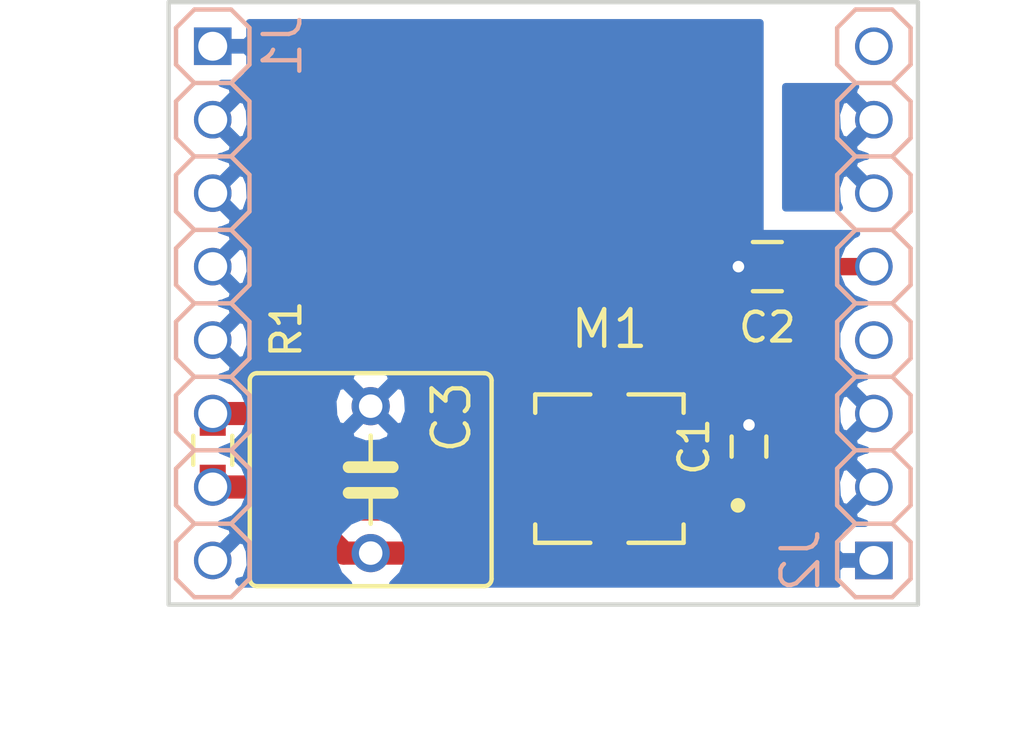
<source format=kicad_pcb>
(kicad_pcb (version 4) (host pcbnew 4.0.4+e1-6308~48~ubuntu16.04.1-stable)

  (general
    (links 24)
    (no_connects 1)
    (area 135.560999 96.190999 161.619001 117.169001)
    (thickness 1.6)
    (drawings 4)
    (tracks 30)
    (zones 0)
    (modules 7)
    (nets 6)
  )

  (page A4)
  (layers
    (0 F.Cu signal)
    (31 B.Cu signal)
    (32 B.Adhes user)
    (33 F.Adhes user)
    (34 B.Paste user)
    (35 F.Paste user)
    (36 B.SilkS user)
    (37 F.SilkS user)
    (38 B.Mask user)
    (39 F.Mask user)
    (40 Dwgs.User user)
    (41 Cmts.User user)
    (42 Eco1.User user)
    (43 Eco2.User user)
    (44 Edge.Cuts user)
    (45 Margin user)
    (46 B.CrtYd user)
    (47 F.CrtYd user)
    (48 B.Fab user)
    (49 F.Fab user)
  )

  (setup
    (last_trace_width 0.25)
    (user_trace_width 0.2)
    (user_trace_width 0.4)
    (user_trace_width 0.6)
    (user_trace_width 0.8)
    (user_trace_width 1)
    (user_trace_width 1.27)
    (user_trace_width 1.5)
    (trace_clearance 0.2)
    (zone_clearance 0.508)
    (zone_45_only no)
    (trace_min 0.2)
    (segment_width 0.2)
    (edge_width 0.15)
    (via_size 0.6)
    (via_drill 0.4)
    (via_min_size 0.4)
    (via_min_drill 0.3)
    (user_via 0.6 0.4)
    (user_via 0.8 0.6)
    (user_via 1 0.8)
    (user_via 1.2 1)
    (user_via 1.7 1.5)
    (user_via 2.3 2.1)
    (uvia_size 0.3)
    (uvia_drill 0.1)
    (uvias_allowed no)
    (uvia_min_size 0.2)
    (uvia_min_drill 0.1)
    (pcb_text_width 0.3)
    (pcb_text_size 1.5 1.5)
    (mod_edge_width 0.15)
    (mod_text_size 1 1)
    (mod_text_width 0.15)
    (pad_size 1.524 1.524)
    (pad_drill 0.762)
    (pad_to_mask_clearance 0.1)
    (aux_axis_origin 0 0)
    (visible_elements FFFFFF7F)
    (pcbplotparams
      (layerselection 0x00030_80000001)
      (usegerberextensions false)
      (excludeedgelayer true)
      (linewidth 0.100000)
      (plotframeref false)
      (viasonmask false)
      (mode 1)
      (useauxorigin false)
      (hpglpennumber 1)
      (hpglpenspeed 20)
      (hpglpendiameter 15)
      (hpglpenoverlay 2)
      (psnegative false)
      (psa4output false)
      (plotreference true)
      (plotvalue true)
      (plotinvisibletext false)
      (padsonsilk false)
      (subtractmaskfromsilk false)
      (outputformat 1)
      (mirror false)
      (drillshape 1)
      (scaleselection 1)
      (outputdirectory ""))
  )

  (net 0 "")
  (net 1 GND)
  (net 2 Vref)
  (net 3 Sense)
  (net 4 Vin)
  (net 5 HeaterGround)

  (net_class Default "This is the default net class."
    (clearance 0.2)
    (trace_width 0.25)
    (via_dia 0.6)
    (via_drill 0.4)
    (uvia_dia 0.3)
    (uvia_drill 0.1)
    (add_net GND)
    (add_net HeaterGround)
    (add_net Sense)
    (add_net Vin)
    (add_net Vref)
  )

  (module Capacitors_SMD:C_0603 (layer F.Cu) (tedit 5415D631) (tstamp 5871D508)
    (at 155.702 111.633 90)
    (descr "Capacitor SMD 0603, reflow soldering, AVX (see smccp.pdf)")
    (tags "capacitor 0603")
    (path /587106D7)
    (attr smd)
    (fp_text reference C1 (at 0 -1.9 90) (layer F.SilkS)
      (effects (font (size 1 1) (thickness 0.15)))
    )
    (fp_text value 1u (at 0.254 6.731 90) (layer F.Fab)
      (effects (font (size 1 1) (thickness 0.15)))
    )
    (fp_line (start -0.8 0.4) (end -0.8 -0.4) (layer F.Fab) (width 0.15))
    (fp_line (start 0.8 0.4) (end -0.8 0.4) (layer F.Fab) (width 0.15))
    (fp_line (start 0.8 -0.4) (end 0.8 0.4) (layer F.Fab) (width 0.15))
    (fp_line (start -0.8 -0.4) (end 0.8 -0.4) (layer F.Fab) (width 0.15))
    (fp_line (start -1.45 -0.75) (end 1.45 -0.75) (layer F.CrtYd) (width 0.05))
    (fp_line (start -1.45 0.75) (end 1.45 0.75) (layer F.CrtYd) (width 0.05))
    (fp_line (start -1.45 -0.75) (end -1.45 0.75) (layer F.CrtYd) (width 0.05))
    (fp_line (start 1.45 -0.75) (end 1.45 0.75) (layer F.CrtYd) (width 0.05))
    (fp_line (start -0.35 -0.6) (end 0.35 -0.6) (layer F.SilkS) (width 0.15))
    (fp_line (start 0.35 0.6) (end -0.35 0.6) (layer F.SilkS) (width 0.15))
    (pad 1 smd rect (at -0.75 0 90) (size 0.8 0.75) (layers F.Cu F.Paste F.Mask)
      (net 4 Vin))
    (pad 2 smd rect (at 0.75 0 90) (size 0.8 0.75) (layers F.Cu F.Paste F.Mask)
      (net 1 GND))
    (model Capacitors_SMD.3dshapes/C_0603.wrl
      (at (xyz 0 0 0))
      (scale (xyz 1 1 1))
      (rotate (xyz 0 0 0))
    )
  )

  (module Capacitors_SMD:C_0805 (layer F.Cu) (tedit 5415D6EA) (tstamp 5871D50E)
    (at 156.337 105.41 180)
    (descr "Capacitor SMD 0805, reflow soldering, AVX (see smccp.pdf)")
    (tags "capacitor 0805")
    (path /58710963)
    (attr smd)
    (fp_text reference C2 (at 0 -2.1 180) (layer F.SilkS)
      (effects (font (size 1 1) (thickness 0.15)))
    )
    (fp_text value 10n (at -7.112 0 180) (layer F.Fab)
      (effects (font (size 1 1) (thickness 0.15)))
    )
    (fp_line (start -1 0.625) (end -1 -0.625) (layer F.Fab) (width 0.15))
    (fp_line (start 1 0.625) (end -1 0.625) (layer F.Fab) (width 0.15))
    (fp_line (start 1 -0.625) (end 1 0.625) (layer F.Fab) (width 0.15))
    (fp_line (start -1 -0.625) (end 1 -0.625) (layer F.Fab) (width 0.15))
    (fp_line (start -1.8 -1) (end 1.8 -1) (layer F.CrtYd) (width 0.05))
    (fp_line (start -1.8 1) (end 1.8 1) (layer F.CrtYd) (width 0.05))
    (fp_line (start -1.8 -1) (end -1.8 1) (layer F.CrtYd) (width 0.05))
    (fp_line (start 1.8 -1) (end 1.8 1) (layer F.CrtYd) (width 0.05))
    (fp_line (start 0.5 -0.85) (end -0.5 -0.85) (layer F.SilkS) (width 0.15))
    (fp_line (start -0.5 0.85) (end 0.5 0.85) (layer F.SilkS) (width 0.15))
    (pad 1 smd rect (at -1 0 180) (size 1 1.25) (layers F.Cu F.Paste F.Mask)
      (net 4 Vin))
    (pad 2 smd rect (at 1 0 180) (size 1 1.25) (layers F.Cu F.Paste F.Mask)
      (net 1 GND))
    (model Capacitors_SMD.3dshapes/C_0805.wrl
      (at (xyz 0 0 0))
      (scale (xyz 1 1 1))
      (rotate (xyz 0 0 0))
    )
  )

  (module SquantorRcl:C050-085X075 (layer F.Cu) (tedit 58710C90) (tstamp 5871D522)
    (at 142.621 112.776 90)
    (descr "CAPACITOR WIMA SPEC")
    (tags "CAPACITOR WIMA SPEC")
    (path /58710750)
    (attr virtual)
    (fp_text reference C3 (at 2.159 2.794 90) (layer F.SilkS)
      (effects (font (size 1.27 1.27) (thickness 0.15)))
    )
    (fp_text value 6.8u (at -6.604 0 90) (layer F.Fab)
      (effects (font (size 1.27 1.27) (thickness 0.15)))
    )
    (fp_line (start -1.524 0) (end -0.4572 0) (layer F.SilkS) (width 0.1524))
    (fp_line (start -0.4572 0) (end -0.4572 -0.762) (layer F.SilkS) (width 0.4064))
    (fp_line (start -0.4572 0) (end -0.4572 0.762) (layer F.SilkS) (width 0.4064))
    (fp_line (start 0.4318 -0.762) (end 0.4318 0) (layer F.SilkS) (width 0.4064))
    (fp_line (start 0.4318 0) (end 1.524 0) (layer F.SilkS) (width 0.1524))
    (fp_line (start 0.4318 0) (end 0.4318 0.762) (layer F.SilkS) (width 0.4064))
    (fp_line (start -3.683 -3.92684) (end -3.683 3.92684) (layer F.SilkS) (width 0.1524))
    (fp_line (start -3.429 4.18084) (end 3.429 4.18084) (layer F.SilkS) (width 0.1524))
    (fp_line (start 3.683 3.92684) (end 3.683 -3.92684) (layer F.SilkS) (width 0.1524))
    (fp_line (start 3.429 -4.18084) (end -3.429 -4.18084) (layer F.SilkS) (width 0.1524))
    (fp_arc (start 3.429 -3.92684) (end 3.429 -4.18084) (angle 90) (layer F.SilkS) (width 0.1524))
    (fp_arc (start 3.429 3.92684) (end 3.683 3.92684) (angle 90) (layer F.SilkS) (width 0.1524))
    (fp_arc (start -3.429 3.92684) (end -3.429 4.18084) (angle 90) (layer F.SilkS) (width 0.1524))
    (fp_arc (start -3.429 -3.92684) (end -3.683 -3.92684) (angle 90) (layer F.SilkS) (width 0.1524))
    (pad 1 thru_hole circle (at -2.54 0 90) (size 1.3208 1.3208) (drill 0.8128) (layers *.Cu *.Paste *.Mask)
      (net 2 Vref))
    (pad 2 thru_hole circle (at 2.54 0 90) (size 1.3208 1.3208) (drill 0.8128) (layers *.Cu *.Paste *.Mask)
      (net 1 GND))
  )

  (module SquantorLinearTechnology:LS8_ELONG (layer F.Cu) (tedit 58710FDD) (tstamp 58721DB3)
    (at 150.876 112.395 180)
    (path /584C7B7B)
    (attr smd)
    (fp_text reference M1 (at 0 4.826 180) (layer F.SilkS)
      (effects (font (size 1.27 1.27) (thickness 0.15)))
    )
    (fp_text value LTC6655LS8 (at 0 -5.969 180) (layer F.Fab)
      (effects (font (size 1.27 1.27) (thickness 0.15)))
    )
    (fp_circle (center -4.445 -1.27) (end -4.318 -1.27) (layer F.SilkS) (width 0.254))
    (fp_line (start 2.5654 -1.9304) (end 2.5654 -2.5654) (layer F.SilkS) (width 0.1524))
    (fp_line (start 0.6604 2.5654) (end 2.5654 2.5654) (layer F.SilkS) (width 0.1524))
    (fp_line (start -2.5654 1.9304) (end -2.5654 2.5654) (layer F.SilkS) (width 0.1524))
    (fp_line (start -0.6604 -2.5654) (end -1.29286 -2.5654) (layer F.SilkS) (width 0.1524))
    (fp_line (start -1.29286 -2.5654) (end -2.5654 -2.5654) (layer F.SilkS) (width 0.1524))
    (fp_line (start -2.5654 2.5654) (end -0.6604 2.5654) (layer F.SilkS) (width 0.1524))
    (fp_line (start 2.5654 2.5654) (end 2.5654 1.9304) (layer F.SilkS) (width 0.1524))
    (fp_line (start 2.5654 -2.5654) (end 0.6604 -2.5654) (layer F.SilkS) (width 0.1524))
    (fp_line (start -2.5654 -2.5654) (end -2.5654 -1.9304) (layer F.SilkS) (width 0.1524))
    (pad 1 smd rect (at -2.54 -1.27 90) (size 0.635 1.905) (layers F.Cu F.Paste F.Mask))
    (pad 2 smd rect (at -2.54 0 90) (size 0.635 1.905) (layers F.Cu F.Paste F.Mask)
      (net 4 Vin))
    (pad 3 smd rect (at -2.54 1.27 90) (size 0.635 1.905) (layers F.Cu F.Paste F.Mask)
      (net 1 GND))
    (pad 4 smd rect (at 0 2.54) (size 0.635 1.905) (layers F.Cu F.Paste F.Mask)
      (net 1 GND))
    (pad 5 smd rect (at 2.54 1.27 90) (size 0.635 1.905) (layers F.Cu F.Paste F.Mask)
      (net 1 GND))
    (pad 6 smd rect (at 2.54 0 90) (size 0.635 1.905) (layers F.Cu F.Paste F.Mask)
      (net 3 Sense))
    (pad 7 smd rect (at 2.54 -1.27 90) (size 0.635 1.905) (layers F.Cu F.Paste F.Mask)
      (net 2 Vref))
    (pad 8 smd rect (at 0 -2.0447) (size 0.635 2.96926) (layers F.Cu F.Paste F.Mask)
      (net 1 GND))
  )

  (module SquantorConnectors:Header-0254-1X08-H010 (layer B.Cu) (tedit 58711B53) (tstamp 5872C04D)
    (at 137.16 106.68 270)
    (descr "PIN HEADER")
    (tags "PIN HEADER")
    (path /58711368)
    (attr virtual)
    (fp_text reference J1 (at -8.89 -2.413 270) (layer B.SilkS)
      (effects (font (size 1.27 1.27) (thickness 0.15)) (justify mirror))
    )
    (fp_text value PINS_1X8 (at -1.016 6.35 270) (layer B.Fab)
      (effects (font (size 1.27 1.27) (thickness 0.15)) (justify mirror))
    )
    (fp_line (start 5.715 1.27) (end 6.985 1.27) (layer B.SilkS) (width 0.1524))
    (fp_line (start 6.985 1.27) (end 7.62 0.635) (layer B.SilkS) (width 0.1524))
    (fp_line (start 7.62 0.635) (end 7.62 -0.635) (layer B.SilkS) (width 0.1524))
    (fp_line (start 7.62 -0.635) (end 6.985 -1.27) (layer B.SilkS) (width 0.1524))
    (fp_line (start 2.54 0.635) (end 3.175 1.27) (layer B.SilkS) (width 0.1524))
    (fp_line (start 3.175 1.27) (end 4.445 1.27) (layer B.SilkS) (width 0.1524))
    (fp_line (start 4.445 1.27) (end 5.08 0.635) (layer B.SilkS) (width 0.1524))
    (fp_line (start 5.08 0.635) (end 5.08 -0.635) (layer B.SilkS) (width 0.1524))
    (fp_line (start 5.08 -0.635) (end 4.445 -1.27) (layer B.SilkS) (width 0.1524))
    (fp_line (start 4.445 -1.27) (end 3.175 -1.27) (layer B.SilkS) (width 0.1524))
    (fp_line (start 3.175 -1.27) (end 2.54 -0.635) (layer B.SilkS) (width 0.1524))
    (fp_line (start 5.715 1.27) (end 5.08 0.635) (layer B.SilkS) (width 0.1524))
    (fp_line (start 5.08 -0.635) (end 5.715 -1.27) (layer B.SilkS) (width 0.1524))
    (fp_line (start 6.985 -1.27) (end 5.715 -1.27) (layer B.SilkS) (width 0.1524))
    (fp_line (start -1.905 1.27) (end -0.635 1.27) (layer B.SilkS) (width 0.1524))
    (fp_line (start -0.635 1.27) (end 0 0.635) (layer B.SilkS) (width 0.1524))
    (fp_line (start 0 0.635) (end 0 -0.635) (layer B.SilkS) (width 0.1524))
    (fp_line (start 0 -0.635) (end -0.635 -1.27) (layer B.SilkS) (width 0.1524))
    (fp_line (start 0 0.635) (end 0.635 1.27) (layer B.SilkS) (width 0.1524))
    (fp_line (start 0.635 1.27) (end 1.905 1.27) (layer B.SilkS) (width 0.1524))
    (fp_line (start 1.905 1.27) (end 2.54 0.635) (layer B.SilkS) (width 0.1524))
    (fp_line (start 2.54 0.635) (end 2.54 -0.635) (layer B.SilkS) (width 0.1524))
    (fp_line (start 2.54 -0.635) (end 1.905 -1.27) (layer B.SilkS) (width 0.1524))
    (fp_line (start 1.905 -1.27) (end 0.635 -1.27) (layer B.SilkS) (width 0.1524))
    (fp_line (start 0.635 -1.27) (end 0 -0.635) (layer B.SilkS) (width 0.1524))
    (fp_line (start -5.08 0.635) (end -4.445 1.27) (layer B.SilkS) (width 0.1524))
    (fp_line (start -4.445 1.27) (end -3.175 1.27) (layer B.SilkS) (width 0.1524))
    (fp_line (start -3.175 1.27) (end -2.54 0.635) (layer B.SilkS) (width 0.1524))
    (fp_line (start -2.54 0.635) (end -2.54 -0.635) (layer B.SilkS) (width 0.1524))
    (fp_line (start -2.54 -0.635) (end -3.175 -1.27) (layer B.SilkS) (width 0.1524))
    (fp_line (start -3.175 -1.27) (end -4.445 -1.27) (layer B.SilkS) (width 0.1524))
    (fp_line (start -4.445 -1.27) (end -5.08 -0.635) (layer B.SilkS) (width 0.1524))
    (fp_line (start -1.905 1.27) (end -2.54 0.635) (layer B.SilkS) (width 0.1524))
    (fp_line (start -2.54 -0.635) (end -1.905 -1.27) (layer B.SilkS) (width 0.1524))
    (fp_line (start -0.635 -1.27) (end -1.905 -1.27) (layer B.SilkS) (width 0.1524))
    (fp_line (start -9.525 1.27) (end -8.255 1.27) (layer B.SilkS) (width 0.1524))
    (fp_line (start -8.255 1.27) (end -7.62 0.635) (layer B.SilkS) (width 0.1524))
    (fp_line (start -7.62 0.635) (end -7.62 -0.635) (layer B.SilkS) (width 0.1524))
    (fp_line (start -7.62 -0.635) (end -8.255 -1.27) (layer B.SilkS) (width 0.1524))
    (fp_line (start -7.62 0.635) (end -6.985 1.27) (layer B.SilkS) (width 0.1524))
    (fp_line (start -6.985 1.27) (end -5.715 1.27) (layer B.SilkS) (width 0.1524))
    (fp_line (start -5.715 1.27) (end -5.08 0.635) (layer B.SilkS) (width 0.1524))
    (fp_line (start -5.08 0.635) (end -5.08 -0.635) (layer B.SilkS) (width 0.1524))
    (fp_line (start -5.08 -0.635) (end -5.715 -1.27) (layer B.SilkS) (width 0.1524))
    (fp_line (start -5.715 -1.27) (end -6.985 -1.27) (layer B.SilkS) (width 0.1524))
    (fp_line (start -6.985 -1.27) (end -7.62 -0.635) (layer B.SilkS) (width 0.1524))
    (fp_line (start -10.16 0.635) (end -10.16 -0.635) (layer B.SilkS) (width 0.1524))
    (fp_line (start -9.525 1.27) (end -10.16 0.635) (layer B.SilkS) (width 0.1524))
    (fp_line (start -10.16 -0.635) (end -9.525 -1.27) (layer B.SilkS) (width 0.1524))
    (fp_line (start -8.255 -1.27) (end -9.525 -1.27) (layer B.SilkS) (width 0.1524))
    (fp_line (start 8.255 1.27) (end 9.525 1.27) (layer B.SilkS) (width 0.1524))
    (fp_line (start 9.525 1.27) (end 10.16 0.635) (layer B.SilkS) (width 0.1524))
    (fp_line (start 10.16 0.635) (end 10.16 -0.635) (layer B.SilkS) (width 0.1524))
    (fp_line (start 10.16 -0.635) (end 9.525 -1.27) (layer B.SilkS) (width 0.1524))
    (fp_line (start 8.255 1.27) (end 7.62 0.635) (layer B.SilkS) (width 0.1524))
    (fp_line (start 7.62 -0.635) (end 8.255 -1.27) (layer B.SilkS) (width 0.1524))
    (fp_line (start 9.525 -1.27) (end 8.255 -1.27) (layer B.SilkS) (width 0.1524))
    (pad 1 thru_hole rect (at -8.89 0 90) (size 1.3 1.3) (drill 1) (layers *.Cu *.Mask)
      (net 1 GND))
    (pad 2 thru_hole circle (at -6.35 0 90) (size 1.3 1.3) (drill 1) (layers *.Cu *.Mask)
      (net 1 GND))
    (pad 3 thru_hole circle (at -3.81 0 90) (size 1.3 1.3) (drill 1) (layers *.Cu *.Mask)
      (net 1 GND))
    (pad 4 thru_hole circle (at -1.27 0 90) (size 1.3 1.3) (drill 1) (layers *.Cu *.Mask)
      (net 1 GND))
    (pad 5 thru_hole circle (at 1.27 0 90) (size 1.3 1.3) (drill 1) (layers *.Cu *.Mask)
      (net 1 GND))
    (pad 6 thru_hole circle (at 3.81 0 90) (size 1.3 1.3) (drill 1) (layers *.Cu *.Mask)
      (net 3 Sense))
    (pad 7 thru_hole circle (at 6.35 0 90) (size 1.3 1.3) (drill 1) (layers *.Cu *.Mask)
      (net 2 Vref))
    (pad 8 thru_hole circle (at 8.89 0 90) (size 1.3 1.3) (drill 1) (layers *.Cu *.Mask)
      (net 1 GND))
  )

  (module SquantorConnectors:Header-0254-1X08-H010 (layer B.Cu) (tedit 58711B53) (tstamp 5872C058)
    (at 160.02 106.68 90)
    (descr "PIN HEADER")
    (tags "PIN HEADER")
    (path /58711455)
    (attr virtual)
    (fp_text reference J2 (at -8.89 -2.54 90) (layer B.SilkS)
      (effects (font (size 1.27 1.27) (thickness 0.15)) (justify mirror))
    )
    (fp_text value PINS_1X8 (at -5.461 4.191 90) (layer B.Fab)
      (effects (font (size 1.27 1.27) (thickness 0.15)) (justify mirror))
    )
    (fp_line (start 5.715 1.27) (end 6.985 1.27) (layer B.SilkS) (width 0.1524))
    (fp_line (start 6.985 1.27) (end 7.62 0.635) (layer B.SilkS) (width 0.1524))
    (fp_line (start 7.62 0.635) (end 7.62 -0.635) (layer B.SilkS) (width 0.1524))
    (fp_line (start 7.62 -0.635) (end 6.985 -1.27) (layer B.SilkS) (width 0.1524))
    (fp_line (start 2.54 0.635) (end 3.175 1.27) (layer B.SilkS) (width 0.1524))
    (fp_line (start 3.175 1.27) (end 4.445 1.27) (layer B.SilkS) (width 0.1524))
    (fp_line (start 4.445 1.27) (end 5.08 0.635) (layer B.SilkS) (width 0.1524))
    (fp_line (start 5.08 0.635) (end 5.08 -0.635) (layer B.SilkS) (width 0.1524))
    (fp_line (start 5.08 -0.635) (end 4.445 -1.27) (layer B.SilkS) (width 0.1524))
    (fp_line (start 4.445 -1.27) (end 3.175 -1.27) (layer B.SilkS) (width 0.1524))
    (fp_line (start 3.175 -1.27) (end 2.54 -0.635) (layer B.SilkS) (width 0.1524))
    (fp_line (start 5.715 1.27) (end 5.08 0.635) (layer B.SilkS) (width 0.1524))
    (fp_line (start 5.08 -0.635) (end 5.715 -1.27) (layer B.SilkS) (width 0.1524))
    (fp_line (start 6.985 -1.27) (end 5.715 -1.27) (layer B.SilkS) (width 0.1524))
    (fp_line (start -1.905 1.27) (end -0.635 1.27) (layer B.SilkS) (width 0.1524))
    (fp_line (start -0.635 1.27) (end 0 0.635) (layer B.SilkS) (width 0.1524))
    (fp_line (start 0 0.635) (end 0 -0.635) (layer B.SilkS) (width 0.1524))
    (fp_line (start 0 -0.635) (end -0.635 -1.27) (layer B.SilkS) (width 0.1524))
    (fp_line (start 0 0.635) (end 0.635 1.27) (layer B.SilkS) (width 0.1524))
    (fp_line (start 0.635 1.27) (end 1.905 1.27) (layer B.SilkS) (width 0.1524))
    (fp_line (start 1.905 1.27) (end 2.54 0.635) (layer B.SilkS) (width 0.1524))
    (fp_line (start 2.54 0.635) (end 2.54 -0.635) (layer B.SilkS) (width 0.1524))
    (fp_line (start 2.54 -0.635) (end 1.905 -1.27) (layer B.SilkS) (width 0.1524))
    (fp_line (start 1.905 -1.27) (end 0.635 -1.27) (layer B.SilkS) (width 0.1524))
    (fp_line (start 0.635 -1.27) (end 0 -0.635) (layer B.SilkS) (width 0.1524))
    (fp_line (start -5.08 0.635) (end -4.445 1.27) (layer B.SilkS) (width 0.1524))
    (fp_line (start -4.445 1.27) (end -3.175 1.27) (layer B.SilkS) (width 0.1524))
    (fp_line (start -3.175 1.27) (end -2.54 0.635) (layer B.SilkS) (width 0.1524))
    (fp_line (start -2.54 0.635) (end -2.54 -0.635) (layer B.SilkS) (width 0.1524))
    (fp_line (start -2.54 -0.635) (end -3.175 -1.27) (layer B.SilkS) (width 0.1524))
    (fp_line (start -3.175 -1.27) (end -4.445 -1.27) (layer B.SilkS) (width 0.1524))
    (fp_line (start -4.445 -1.27) (end -5.08 -0.635) (layer B.SilkS) (width 0.1524))
    (fp_line (start -1.905 1.27) (end -2.54 0.635) (layer B.SilkS) (width 0.1524))
    (fp_line (start -2.54 -0.635) (end -1.905 -1.27) (layer B.SilkS) (width 0.1524))
    (fp_line (start -0.635 -1.27) (end -1.905 -1.27) (layer B.SilkS) (width 0.1524))
    (fp_line (start -9.525 1.27) (end -8.255 1.27) (layer B.SilkS) (width 0.1524))
    (fp_line (start -8.255 1.27) (end -7.62 0.635) (layer B.SilkS) (width 0.1524))
    (fp_line (start -7.62 0.635) (end -7.62 -0.635) (layer B.SilkS) (width 0.1524))
    (fp_line (start -7.62 -0.635) (end -8.255 -1.27) (layer B.SilkS) (width 0.1524))
    (fp_line (start -7.62 0.635) (end -6.985 1.27) (layer B.SilkS) (width 0.1524))
    (fp_line (start -6.985 1.27) (end -5.715 1.27) (layer B.SilkS) (width 0.1524))
    (fp_line (start -5.715 1.27) (end -5.08 0.635) (layer B.SilkS) (width 0.1524))
    (fp_line (start -5.08 0.635) (end -5.08 -0.635) (layer B.SilkS) (width 0.1524))
    (fp_line (start -5.08 -0.635) (end -5.715 -1.27) (layer B.SilkS) (width 0.1524))
    (fp_line (start -5.715 -1.27) (end -6.985 -1.27) (layer B.SilkS) (width 0.1524))
    (fp_line (start -6.985 -1.27) (end -7.62 -0.635) (layer B.SilkS) (width 0.1524))
    (fp_line (start -10.16 0.635) (end -10.16 -0.635) (layer B.SilkS) (width 0.1524))
    (fp_line (start -9.525 1.27) (end -10.16 0.635) (layer B.SilkS) (width 0.1524))
    (fp_line (start -10.16 -0.635) (end -9.525 -1.27) (layer B.SilkS) (width 0.1524))
    (fp_line (start -8.255 -1.27) (end -9.525 -1.27) (layer B.SilkS) (width 0.1524))
    (fp_line (start 8.255 1.27) (end 9.525 1.27) (layer B.SilkS) (width 0.1524))
    (fp_line (start 9.525 1.27) (end 10.16 0.635) (layer B.SilkS) (width 0.1524))
    (fp_line (start 10.16 0.635) (end 10.16 -0.635) (layer B.SilkS) (width 0.1524))
    (fp_line (start 10.16 -0.635) (end 9.525 -1.27) (layer B.SilkS) (width 0.1524))
    (fp_line (start 8.255 1.27) (end 7.62 0.635) (layer B.SilkS) (width 0.1524))
    (fp_line (start 7.62 -0.635) (end 8.255 -1.27) (layer B.SilkS) (width 0.1524))
    (fp_line (start 9.525 -1.27) (end 8.255 -1.27) (layer B.SilkS) (width 0.1524))
    (pad 1 thru_hole rect (at -8.89 0 270) (size 1.3 1.3) (drill 1) (layers *.Cu *.Mask)
      (net 1 GND))
    (pad 2 thru_hole circle (at -6.35 0 270) (size 1.3 1.3) (drill 1) (layers *.Cu *.Mask)
      (net 1 GND))
    (pad 3 thru_hole circle (at -3.81 0 270) (size 1.3 1.3) (drill 1) (layers *.Cu *.Mask)
      (net 1 GND))
    (pad 4 thru_hole circle (at -1.27 0 270) (size 1.3 1.3) (drill 1) (layers *.Cu *.Mask))
    (pad 5 thru_hole circle (at 1.27 0 270) (size 1.3 1.3) (drill 1) (layers *.Cu *.Mask)
      (net 4 Vin))
    (pad 6 thru_hole circle (at 3.81 0 270) (size 1.3 1.3) (drill 1) (layers *.Cu *.Mask)
      (net 5 HeaterGround))
    (pad 7 thru_hole circle (at 6.35 0 270) (size 1.3 1.3) (drill 1) (layers *.Cu *.Mask)
      (net 5 HeaterGround))
    (pad 8 thru_hole circle (at 8.89 0 270) (size 1.3 1.3) (drill 1) (layers *.Cu *.Mask))
  )

  (module Resistors_SMD:R_0603 (layer F.Cu) (tedit 58307A47) (tstamp 5872C068)
    (at 137.16 111.76 270)
    (descr "Resistor SMD 0603, reflow soldering, Vishay (see dcrcw.pdf)")
    (tags "resistor 0603")
    (path /58711E39)
    (attr smd)
    (fp_text reference R1 (at -4.191 -2.54 270) (layer F.SilkS)
      (effects (font (size 1 1) (thickness 0.15)))
    )
    (fp_text value 0 (at 0 2.794 270) (layer F.Fab)
      (effects (font (size 1 1) (thickness 0.15)))
    )
    (fp_line (start -0.8 0.4) (end -0.8 -0.4) (layer F.Fab) (width 0.1))
    (fp_line (start 0.8 0.4) (end -0.8 0.4) (layer F.Fab) (width 0.1))
    (fp_line (start 0.8 -0.4) (end 0.8 0.4) (layer F.Fab) (width 0.1))
    (fp_line (start -0.8 -0.4) (end 0.8 -0.4) (layer F.Fab) (width 0.1))
    (fp_line (start -1.3 -0.8) (end 1.3 -0.8) (layer F.CrtYd) (width 0.05))
    (fp_line (start -1.3 0.8) (end 1.3 0.8) (layer F.CrtYd) (width 0.05))
    (fp_line (start -1.3 -0.8) (end -1.3 0.8) (layer F.CrtYd) (width 0.05))
    (fp_line (start 1.3 -0.8) (end 1.3 0.8) (layer F.CrtYd) (width 0.05))
    (fp_line (start 0.5 0.675) (end -0.5 0.675) (layer F.SilkS) (width 0.15))
    (fp_line (start -0.5 -0.675) (end 0.5 -0.675) (layer F.SilkS) (width 0.15))
    (pad 1 smd rect (at -0.75 0 270) (size 0.5 0.9) (layers F.Cu F.Paste F.Mask)
      (net 3 Sense))
    (pad 2 smd rect (at 0.75 0 270) (size 0.5 0.9) (layers F.Cu F.Paste F.Mask)
      (net 2 Vref))
    (model Resistors_SMD.3dshapes/R_0603.wrl
      (at (xyz 0 0 0))
      (scale (xyz 1 1 1))
      (rotate (xyz 0 0 0))
    )
  )

  (gr_line (start 135.636 117.094) (end 135.636 96.266) (angle 90) (layer Edge.Cuts) (width 0.15))
  (gr_line (start 161.544 117.094) (end 135.636 117.094) (angle 90) (layer Edge.Cuts) (width 0.15))
  (gr_line (start 161.544 96.266) (end 161.544 117.094) (angle 90) (layer Edge.Cuts) (width 0.15))
  (gr_line (start 135.636 96.266) (end 161.544 96.266) (angle 90) (layer Edge.Cuts) (width 0.15))

  (via (at 155.337 105.41) (size 0.6) (drill 0.4) (layers F.Cu B.Cu) (net 1))
  (via (at 155.702 110.883) (size 0.6) (drill 0.4) (layers F.Cu B.Cu) (net 1))
  (segment (start 154.94 110.871) (end 154.952 110.883) (width 0.6) (layer F.Cu) (net 1))
  (segment (start 154.952 110.883) (end 155.702 110.883) (width 0.6) (layer F.Cu) (net 1))
  (segment (start 154.686 111.125) (end 154.94 110.871) (width 0.6) (layer F.Cu) (net 1))
  (segment (start 153.416 111.125) (end 154.686 111.125) (width 0.6) (layer F.Cu) (net 1))
  (segment (start 148.336 111.125) (end 150.876 111.125) (width 0.6) (layer F.Cu) (net 1))
  (segment (start 150.876 114.4397) (end 150.876 111.125) (width 0.6) (layer F.Cu) (net 1))
  (segment (start 150.876 111.125) (end 150.876 109.855) (width 0.6) (layer F.Cu) (net 1))
  (segment (start 153.416 111.125) (end 151.8635 111.125) (width 0.6) (layer F.Cu) (net 1))
  (segment (start 151.8635 111.125) (end 150.876 111.125) (width 0.6) (layer F.Cu) (net 1))
  (segment (start 137.16 113.03) (end 137.16 112.51) (width 0.25) (layer F.Cu) (net 2))
  (segment (start 146.939 113.665) (end 148.336 113.665) (width 0.6) (layer F.Cu) (net 2))
  (segment (start 142.621 115.316) (end 141.687054 115.316) (width 0.8) (layer F.Cu) (net 2))
  (segment (start 141.687054 115.316) (end 139.401054 113.03) (width 0.8) (layer F.Cu) (net 2))
  (segment (start 139.401054 113.03) (end 137.16 113.03) (width 0.8) (layer F.Cu) (net 2))
  (segment (start 146.939 113.665) (end 145.288 115.316) (width 0.8) (layer F.Cu) (net 2))
  (segment (start 145.288 115.316) (end 142.621 115.316) (width 0.8) (layer F.Cu) (net 2))
  (segment (start 146.5835 112.395) (end 148.336 112.395) (width 0.6) (layer F.Cu) (net 3))
  (segment (start 137.16 110.49) (end 137.16 111.01) (width 0.4) (layer F.Cu) (net 3))
  (segment (start 146.5835 112.395) (end 145.1865 113.792) (width 0.8) (layer F.Cu) (net 3))
  (segment (start 145.1865 113.792) (end 141.986 113.792) (width 0.8) (layer F.Cu) (net 3))
  (segment (start 141.986 113.792) (end 138.684 110.49) (width 0.8) (layer F.Cu) (net 3))
  (segment (start 138.684 110.49) (end 137.16 110.49) (width 0.8) (layer F.Cu) (net 3))
  (segment (start 157.337 105.41) (end 160.02 105.41) (width 0.6) (layer F.Cu) (net 4))
  (segment (start 155.702 112.383) (end 156.677 112.383) (width 0.6) (layer F.Cu) (net 4))
  (segment (start 156.677 112.383) (end 157.337 111.723) (width 0.6) (layer F.Cu) (net 4))
  (segment (start 157.337 111.723) (end 157.337 105.41) (width 0.6) (layer F.Cu) (net 4))
  (segment (start 153.416 112.395) (end 155.69 112.395) (width 0.6) (layer F.Cu) (net 4))
  (segment (start 155.69 112.395) (end 155.702 112.383) (width 0.6) (layer F.Cu) (net 4))

  (zone (net 1) (net_name GND) (layer B.Cu) (tstamp 0) (hatch edge 0.508)
    (connect_pads (clearance 0.508))
    (min_thickness 0.254)
    (fill yes (arc_segments 16) (thermal_gap 0.508) (thermal_bridge_width 0.508))
    (polygon
      (pts
        (xy 135.89 96.52) (xy 156.21 96.52) (xy 156.21 104.14) (xy 161.29 104.14) (xy 161.29 116.84)
        (xy 135.89 116.84)
      )
    )
    (filled_polygon
      (pts
        (xy 156.083 104.14) (xy 156.093006 104.18941) (xy 156.121447 104.231035) (xy 156.163841 104.258315) (xy 156.21 104.267)
        (xy 159.421315 104.267) (xy 159.293057 104.319995) (xy 158.931265 104.681155) (xy 158.735223 105.153276) (xy 158.734777 105.664481)
        (xy 158.929995 106.136943) (xy 159.291155 106.498735) (xy 159.728182 106.680205) (xy 159.293057 106.859995) (xy 158.931265 107.221155)
        (xy 158.735223 107.693276) (xy 158.734777 108.204481) (xy 158.929995 108.676943) (xy 159.291155 109.038735) (xy 159.7272 109.219797)
        (xy 159.690572 109.221917) (xy 159.356271 109.360389) (xy 159.30059 109.590984) (xy 160.02 110.310395) (xy 160.034142 110.296252)
        (xy 160.213748 110.475858) (xy 160.199605 110.49) (xy 160.213748 110.504142) (xy 160.034142 110.683748) (xy 160.02 110.669605)
        (xy 159.30059 111.389016) (xy 159.356271 111.619611) (xy 159.754566 111.758213) (xy 159.690572 111.761917) (xy 159.356271 111.900389)
        (xy 159.30059 112.130984) (xy 160.02 112.850395) (xy 160.034142 112.836252) (xy 160.213748 113.015858) (xy 160.199605 113.03)
        (xy 160.213748 113.044142) (xy 160.034142 113.223748) (xy 160.02 113.209605) (xy 159.30059 113.929016) (xy 159.356271 114.159611)
        (xy 159.716597 114.285) (xy 159.24369 114.285) (xy 159.010301 114.381673) (xy 158.831673 114.560302) (xy 158.735 114.793691)
        (xy 158.735 115.28425) (xy 158.89375 115.443) (xy 159.893 115.443) (xy 159.893 115.423) (xy 160.147 115.423)
        (xy 160.147 115.443) (xy 160.167 115.443) (xy 160.167 115.697) (xy 160.147 115.697) (xy 160.147 115.717)
        (xy 159.893 115.717) (xy 159.893 115.697) (xy 158.89375 115.697) (xy 158.735 115.85575) (xy 158.735 116.346309)
        (xy 158.750612 116.384) (xy 143.384707 116.384) (xy 143.718546 116.050743) (xy 143.916174 115.574801) (xy 143.916624 115.05946)
        (xy 143.719827 114.583174) (xy 143.355743 114.218454) (xy 142.879801 114.020826) (xy 142.36446 114.020376) (xy 141.888174 114.217173)
        (xy 141.523454 114.581257) (xy 141.325826 115.057199) (xy 141.325376 115.57254) (xy 141.522173 116.048826) (xy 141.856763 116.384)
        (xy 138.153608 116.384) (xy 138.059018 116.28941) (xy 138.289611 116.233729) (xy 138.457622 115.750922) (xy 138.428083 115.240572)
        (xy 138.289611 114.906271) (xy 138.059016 114.85059) (xy 137.339605 115.57) (xy 137.353748 115.584142) (xy 137.174142 115.763748)
        (xy 137.16 115.749605) (xy 137.145858 115.763748) (xy 136.966252 115.584142) (xy 136.980395 115.57) (xy 136.966252 115.555858)
        (xy 137.145858 115.376252) (xy 137.16 115.390395) (xy 137.87941 114.670984) (xy 137.823729 114.440389) (xy 137.43714 114.305861)
        (xy 137.886943 114.120005) (xy 138.248735 113.758845) (xy 138.444777 113.286724) (xy 138.445158 112.849078) (xy 158.722378 112.849078)
        (xy 158.751917 113.359428) (xy 158.890389 113.693729) (xy 159.120984 113.74941) (xy 159.840395 113.03) (xy 159.120984 112.31059)
        (xy 158.890389 112.366271) (xy 158.722378 112.849078) (xy 138.445158 112.849078) (xy 138.445223 112.775519) (xy 138.250005 112.303057)
        (xy 137.888845 111.941265) (xy 137.451818 111.759795) (xy 137.886943 111.580005) (xy 138.248735 111.218845) (xy 138.280412 111.142558)
        (xy 141.894047 111.142558) (xy 141.951009 111.374229) (xy 142.43759 111.543981) (xy 142.952094 111.514605) (xy 143.290991 111.374229)
        (xy 143.347953 111.142558) (xy 142.621 110.415605) (xy 141.894047 111.142558) (xy 138.280412 111.142558) (xy 138.444777 110.746724)
        (xy 138.445223 110.235519) (xy 138.369639 110.05259) (xy 141.313019 110.05259) (xy 141.342395 110.567094) (xy 141.482771 110.905991)
        (xy 141.714442 110.962953) (xy 142.441395 110.236) (xy 142.800605 110.236) (xy 143.527558 110.962953) (xy 143.759229 110.905991)
        (xy 143.928981 110.41941) (xy 143.922682 110.309078) (xy 158.722378 110.309078) (xy 158.751917 110.819428) (xy 158.890389 111.153729)
        (xy 159.120984 111.20941) (xy 159.840395 110.49) (xy 159.120984 109.77059) (xy 158.890389 109.826271) (xy 158.722378 110.309078)
        (xy 143.922682 110.309078) (xy 143.899605 109.904906) (xy 143.759229 109.566009) (xy 143.527558 109.509047) (xy 142.800605 110.236)
        (xy 142.441395 110.236) (xy 141.714442 109.509047) (xy 141.482771 109.566009) (xy 141.313019 110.05259) (xy 138.369639 110.05259)
        (xy 138.250005 109.763057) (xy 137.888845 109.401265) (xy 137.715877 109.329442) (xy 141.894047 109.329442) (xy 142.621 110.056395)
        (xy 143.347953 109.329442) (xy 143.290991 109.097771) (xy 142.80441 108.928019) (xy 142.289906 108.957395) (xy 141.951009 109.097771)
        (xy 141.894047 109.329442) (xy 137.715877 109.329442) (xy 137.4528 109.220203) (xy 137.489428 109.218083) (xy 137.823729 109.079611)
        (xy 137.87941 108.849016) (xy 137.16 108.129605) (xy 137.145858 108.143748) (xy 136.966252 107.964142) (xy 136.980395 107.95)
        (xy 137.339605 107.95) (xy 138.059016 108.66941) (xy 138.289611 108.613729) (xy 138.457622 108.130922) (xy 138.428083 107.620572)
        (xy 138.289611 107.286271) (xy 138.059016 107.23059) (xy 137.339605 107.95) (xy 136.980395 107.95) (xy 136.966252 107.935858)
        (xy 137.145858 107.756252) (xy 137.16 107.770395) (xy 137.87941 107.050984) (xy 137.823729 106.820389) (xy 137.425434 106.681787)
        (xy 137.489428 106.678083) (xy 137.823729 106.539611) (xy 137.87941 106.309016) (xy 137.16 105.589605) (xy 137.145858 105.603748)
        (xy 136.966252 105.424142) (xy 136.980395 105.41) (xy 137.339605 105.41) (xy 138.059016 106.12941) (xy 138.289611 106.073729)
        (xy 138.457622 105.590922) (xy 138.428083 105.080572) (xy 138.289611 104.746271) (xy 138.059016 104.69059) (xy 137.339605 105.41)
        (xy 136.980395 105.41) (xy 136.966252 105.395858) (xy 137.145858 105.216252) (xy 137.16 105.230395) (xy 137.87941 104.510984)
        (xy 137.823729 104.280389) (xy 137.425434 104.141787) (xy 137.489428 104.138083) (xy 137.823729 103.999611) (xy 137.87941 103.769016)
        (xy 137.16 103.049605) (xy 137.145858 103.063748) (xy 136.966252 102.884142) (xy 136.980395 102.87) (xy 137.339605 102.87)
        (xy 138.059016 103.58941) (xy 138.289611 103.533729) (xy 138.457622 103.050922) (xy 138.428083 102.540572) (xy 138.289611 102.206271)
        (xy 138.059016 102.15059) (xy 137.339605 102.87) (xy 136.980395 102.87) (xy 136.966252 102.855858) (xy 137.145858 102.676252)
        (xy 137.16 102.690395) (xy 137.87941 101.970984) (xy 137.823729 101.740389) (xy 137.425434 101.601787) (xy 137.489428 101.598083)
        (xy 137.823729 101.459611) (xy 137.87941 101.229016) (xy 137.16 100.509605) (xy 137.145858 100.523748) (xy 136.966252 100.344142)
        (xy 136.980395 100.33) (xy 137.339605 100.33) (xy 138.059016 101.04941) (xy 138.289611 100.993729) (xy 138.457622 100.510922)
        (xy 138.428083 100.000572) (xy 138.289611 99.666271) (xy 138.059016 99.61059) (xy 137.339605 100.33) (xy 136.980395 100.33)
        (xy 136.966252 100.315858) (xy 137.145858 100.136252) (xy 137.16 100.150395) (xy 137.87941 99.430984) (xy 137.823729 99.200389)
        (xy 137.463403 99.075) (xy 137.93631 99.075) (xy 138.169699 98.978327) (xy 138.348327 98.799698) (xy 138.445 98.566309)
        (xy 138.445 98.07575) (xy 138.28625 97.917) (xy 137.287 97.917) (xy 137.287 97.937) (xy 137.033 97.937)
        (xy 137.033 97.917) (xy 137.013 97.917) (xy 137.013 97.663) (xy 137.033 97.663) (xy 137.033 97.643)
        (xy 137.287 97.643) (xy 137.287 97.663) (xy 138.28625 97.663) (xy 138.445 97.50425) (xy 138.445 97.013691)
        (xy 138.429388 96.976) (xy 156.083 96.976)
      )
    )
  )
  (zone (net 5) (net_name HeaterGround) (layer B.Cu) (tstamp 0) (hatch edge 0.508)
    (connect_pads (clearance 0.508))
    (min_thickness 0.254)
    (fill yes (arc_segments 16) (thermal_gap 0.508) (thermal_bridge_width 0.508))
    (polygon
      (pts
        (xy 161.29 103.505) (xy 156.845 103.505) (xy 156.845 99.06) (xy 161.29 99.06)
      )
    )
    (filled_polygon
      (pts
        (xy 159.356271 99.200389) (xy 159.30059 99.430984) (xy 160.02 100.150395) (xy 160.034142 100.136252) (xy 160.213748 100.315858)
        (xy 160.199605 100.33) (xy 160.213748 100.344142) (xy 160.034142 100.523748) (xy 160.02 100.509605) (xy 159.30059 101.229016)
        (xy 159.356271 101.459611) (xy 159.754566 101.598213) (xy 159.690572 101.601917) (xy 159.356271 101.740389) (xy 159.30059 101.970984)
        (xy 160.02 102.690395) (xy 160.034142 102.676252) (xy 160.213748 102.855858) (xy 160.199605 102.87) (xy 160.213748 102.884142)
        (xy 160.034143 103.063748) (xy 160.02 103.049605) (xy 160.005858 103.063748) (xy 159.826252 102.884142) (xy 159.840395 102.87)
        (xy 159.120984 102.15059) (xy 158.890389 102.206271) (xy 158.722378 102.689078) (xy 158.751917 103.199428) (xy 158.825884 103.378)
        (xy 156.972 103.378) (xy 156.972 100.149078) (xy 158.722378 100.149078) (xy 158.751917 100.659428) (xy 158.890389 100.993729)
        (xy 159.120984 101.04941) (xy 159.840395 100.33) (xy 159.120984 99.61059) (xy 158.890389 99.666271) (xy 158.722378 100.149078)
        (xy 156.972 100.149078) (xy 156.972 99.187) (xy 159.388595 99.187)
      )
    )
  )
)

</source>
